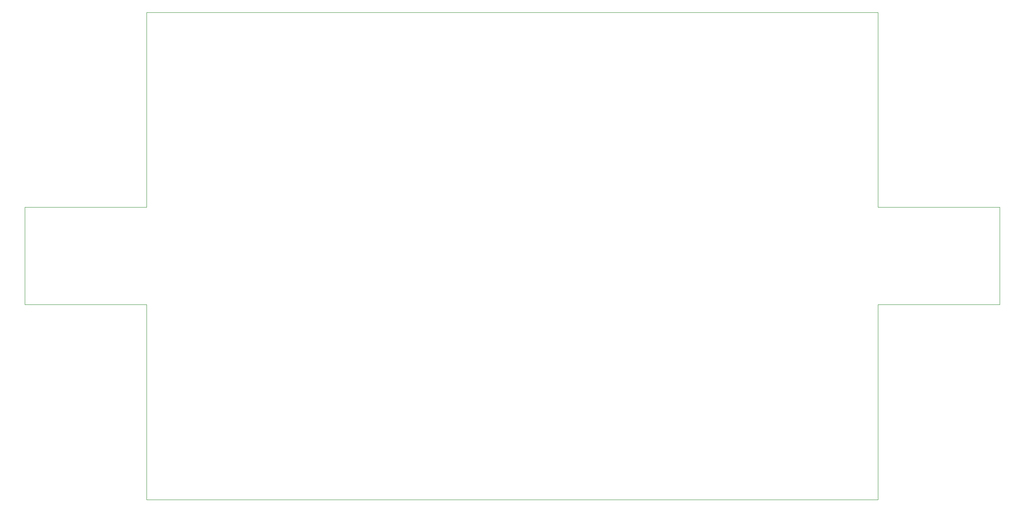
<source format=gbr>
G04 #@! TF.FileFunction,Profile,NP*
%FSLAX46Y46*%
G04 Gerber Fmt 4.6, Leading zero omitted, Abs format (unit mm)*
G04 Created by KiCad (PCBNEW 4.0.2+dfsg1-stable) date Fri 18 May 2018 14:33:16 BST*
%MOMM*%
G01*
G04 APERTURE LIST*
%ADD10C,0.100000*%
G04 APERTURE END LIST*
D10*
X68628600Y-85123900D02*
X68628600Y-45123900D01*
X43628600Y-85123900D02*
X68628600Y-85123900D01*
X43628600Y-105123900D02*
X43628600Y-85123900D01*
X68628600Y-105123900D02*
X43628600Y-105123900D01*
X68628600Y-145123900D02*
X68628600Y-105123900D01*
X218628600Y-145123900D02*
X68628600Y-145123900D01*
X218628600Y-105123900D02*
X218628600Y-145123900D01*
X243628600Y-105123900D02*
X218628600Y-105123900D01*
X243628600Y-85123900D02*
X243628600Y-105123900D01*
X218628600Y-85123900D02*
X243628600Y-85123900D01*
X218628600Y-45123900D02*
X218628600Y-85123900D01*
X68628600Y-45123900D02*
X218628600Y-45123900D01*
M02*

</source>
